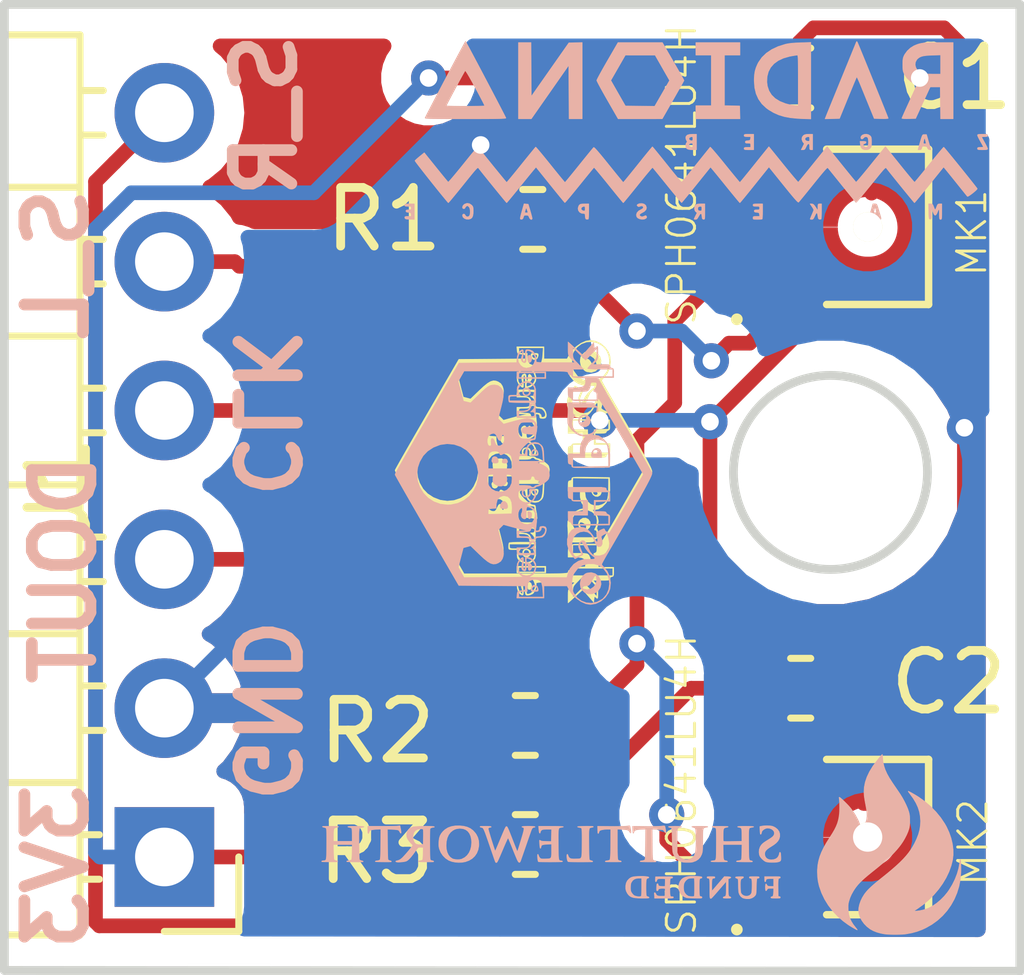
<source format=kicad_pcb>
(kicad_pcb (version 20171130) (host pcbnew 5.0.2+dfsg1-1)
  (layers (0 F.Cu signal hide) (31 B.Cu signal hide) (34 B.Paste user) (35 F.Paste user) (36 B.SilkS user) (37 F.SilkS user) (38 B.Mask user) (39 F.Mask user) (44 Edge.Cuts user))
  (net 0 "")
  (net 1 3V3)
  (net 2 GND)
  (net 3 DOUT)
  (net 4 DOUT_MIC)
  (net 5 CLK_IN)
  (net 6 SELECT_L)
  (net 7 SELECT_R)
  (module parts:OSH_5x5 (layer F.Cu) (at 162.433 86.487 270)
    (fp_text reference G*** hide)
    (fp_text value LOGO hide)
  )
  (module parts:radiona-10mm (layer B.Cu) (at 165.481 80.645 180)
    (fp_text reference G*** hide)
    (fp_text value LOGO hide)
  )
  (module parts:OSH_5x5 (layer B.Cu) (at 162.433 86.487 90)
    (fp_text reference G*** hide)
    (fp_text value LOGO hide)
  )
  (module parts:shutleworth-12mm (layer B.Cu) (at 164.592 92.837 180)
    (fp_text reference G*** hide)
    (fp_text value LOGO hide)
  )
  (module Capacitor_SMD:C_0603_1608Metric_Pad1.05x0.95mm_HandSolder (layer F.Cu) (at 167.259 79.756)
    (fp_text reference C1 (at 2.625 0 180) (layer F.SilkS))
    (fp_text value 100nF)
    (pad 1 smd roundrect (at -0.875 0) (size 1.05 0.95) (layers F.Cu F.Paste F.Mask) (net 1 3V3))
    (pad 2 smd roundrect (at 0.875 0) (size 1.05 0.95) (layers F.Cu F.Paste F.Mask) (net 2 GND))
  )
  (module Capacitor_SMD:C_0603_1608Metric_Pad1.05x0.95mm_HandSolder (layer F.Cu) (at 167.259 90.17)
    (fp_text reference C2 (at 2.525 -0.1 180) (layer F.SilkS))
    (fp_text value 220pF)
    (pad 2 smd roundrect (at 0.875 0) (size 1.05 0.95) (layers F.Cu F.Paste F.Mask) (net 2 GND))
    (pad 1 smd roundrect (at -0.875 0) (size 1.05 0.95) (layers F.Cu F.Paste F.Mask) (net 1 3V3))
  )
  (module Resistor_SMD:R_0603_1608Metric_Pad1.05x0.95mm_HandSolder (layer F.Cu) (at 162.687 82.169 180)
    (fp_text reference R1 (at 2.54 0) (layer F.SilkS))
    (fp_text value 1K)
    (pad 2 smd roundrect (at 0.875 0 180) (size 1.05 0.95) (layers F.Cu F.Paste F.Mask) (net 2 GND))
    (pad 1 smd roundrect (at -0.875 0 180) (size 1.05 0.95) (layers F.Cu F.Paste F.Mask) (net 6 SELECT_L))
  )
  (module Resistor_SMD:R_0603_1608Metric_Pad1.05x0.95mm_HandSolder (layer F.Cu) (at 162.56 90.805 180)
    (fp_text reference R2 (at 2.525 -0.1 180) (layer F.SilkS))
    (fp_text value 68R)
    (pad 1 smd roundrect (at -0.875 0 180) (size 1.05 0.95) (layers F.Cu F.Paste F.Mask) (net 4 DOUT_MIC))
    (pad 2 smd roundrect (at 0.875 0 180) (size 1.05 0.95) (layers F.Cu F.Paste F.Mask) (net 3 DOUT))
  )
  (module Connector_PinHeader_2.54mm:PinHeader_1x06_P2.54mm_Horizontal (layer F.Cu) (at 156.4 93.05 180)
    (fp_text reference J1 (at 1.8 6.3 270) (layer F.SilkS))
    (fp_text value I2S_PMOD)
    (pad 1 thru_hole rect (at 0 0 180) (size 1.7 1.7) (drill 1) (layers *.Cu *.Mask) (net 1 3V3))
    (pad 2 thru_hole oval (at 0 2.54 180) (size 1.7 1.7) (drill 1) (layers *.Cu *.Mask) (net 2 GND))
    (pad 3 thru_hole oval (at 0 5.08 180) (size 1.7 1.7) (drill 1) (layers *.Cu *.Mask) (net 3 DOUT))
    (pad 4 thru_hole oval (at 0 7.62 180) (size 1.7 1.7) (drill 1) (layers *.Cu *.Mask) (net 5 CLK_IN))
    (pad 5 thru_hole oval (at 0 10.16 180) (size 1.7 1.7) (drill 1) (layers *.Cu *.Mask) (net 6 SELECT_L))
    (pad 6 thru_hole oval (at 0 12.7 180) (size 1.7 1.7) (drill 1) (layers *.Cu *.Mask) (net 7 SELECT_R))
  )
  (module SPH0645LM4H-B:MIC_SPH0645LM4H-B (layer F.Cu) (at 168.402 82.296 90)
    (fp_text reference MK1 (at -0.104 1.778 90) (layer F.SilkS) (effects (font (size 0.482429 0.482429) (thickness 0.05))))
    (fp_text value SPH0641LU4H (at 0.889 -3.175 90) (layer F.SilkS) (effects (font (size 0.481966 0.481966) (thickness 0.05))))
    (fp_poly (pts (xy -0.01 -0.51) (xy -0.01 -0.81) (xy -0.035814 -0.810016) (xy -0.077393 -0.807837) (xy -0.118801 -0.803485) (xy -0.159925 -0.796972) (xy -0.200652 -0.788315) (xy -0.240869 -0.777539) (xy -0.280468 -0.764673) (xy -0.319339 -0.749752) (xy -0.357376 -0.732817) (xy -0.394475 -0.713915) (xy -0.430533 -0.693097) (xy -0.465452 -0.67042) (xy -0.499137 -0.645947) (xy -0.531495 -0.619745) (xy -0.562437 -0.591885) (xy -0.591878 -0.562444) (xy -0.619739 -0.531502) (xy -0.645942 -0.499145) (xy -0.670415 -0.46546) (xy -0.693092 -0.430541) (xy -0.713911 -0.394483) (xy -0.732813 -0.357385) (xy -0.749749 -0.319348) (xy -0.76467 -0.280477) (xy -0.777537 -0.240879) (xy -0.788313 -0.200661) (xy -0.79697 -0.159934) (xy -0.803484 -0.118811) (xy -0.807836 -0.077402) (xy -0.810015 -0.035823) (xy -0.81 -0.02) (xy -0.81 0.001729) (xy -0.807725 0.045138) (xy -0.803182 0.088369) (xy -0.796382 0.131302) (xy -0.787345 0.173821) (xy -0.776094 0.215809) (xy -0.762662 0.25715) (xy -0.747085 0.297731) (xy -0.729405 0.337442) (xy -0.70967 0.376173) (xy -0.687936 0.413818) (xy -0.664262 0.450274) (xy -0.638712 0.485441) (xy -0.611356 0.519223) (xy -0.58227 0.551526) (xy -0.551534 0.582264) (xy -0.51923 0.61135) (xy -0.485449 0.638706) (xy -0.450282 0.664256) (xy -0.413827 0.687931) (xy -0.376182 0.709666) (xy -0.337451 0.7294) (xy -0.297741 0.747081) (xy -0.257159 0.762659) (xy -0.215818 0.776092) (xy -0.173831 0.787342) (xy -0.131312 0.79638) (xy -0.088379 0.803181) (xy -0.045148 0.807725) (xy -0.001739 0.81) (xy 0.02 0.81) (xy 0.03 0.81) (xy 0.05042 0.81) (xy 0.091214 0.807862) (xy 0.131841 0.803593) (xy 0.172188 0.797202) (xy 0.212145 0.788709) (xy 0.251603 0.778137) (xy 0.290454 0.765514) (xy 0.328591 0.750875) (xy 0.36591 0.73426) (xy 0.402307 0.715714) (xy 0.437685 0.69529) (xy 0.471944 0.673041) (xy 0.504993 0.64903) (xy 0.536739 0.623323) (xy 0.567097 0.595989) (xy 0.595983 0.567104) (xy 0.623317 0.536747) (xy 0.649025 0.505) (xy 0.673036 0.471952) (xy 0.695285 0.437692) (xy 0.71571 0.402315) (xy 0.734256 0.365918) (xy 0.750871 0.3286) (xy 0.765511 0.290463) (xy 0.778134 0.251612) (xy 0.788707 0.212154) (xy 0.797201 0.172197) (xy 0.803591 0.13185) (xy 0.807862 0.091224) (xy 0.81 0.05043) (xy 0.81 0.03) (xy 0.81 0) (xy 0.81 -0.021206) (xy 0.80778 -0.063569) (xy 0.803346 -0.105758) (xy 0.79671 -0.147657) (xy 0.787891 -0.189151) (xy 0.776911 -0.230127) (xy 0.763803 -0.270472) (xy 0.748601 -0.310075) (xy 0.731347 -0.348829) (xy 0.712088 -0.386627) (xy 0.690878 -0.423365) (xy 0.667774 -0.458942) (xy 0.642839 -0.493262) (xy 0.616143 -0.526229) (xy 0.587758 -0.557755) (xy 0.557762 -0.587751) (xy 0.526237 -0.616137) (xy 0.49327 -0.642833) (xy 0.45895 -0.667768) (xy 0.423373 -0.690873) (xy 0.386635 -0.712083) (xy 0.348838 -0.731342) (xy 0.310084 -0.748597) (xy 0.270481 -0.7638) (xy 0.230136 -0.776909) (xy 0.18916 -0.787888) (xy 0.147666 -0.796708) (xy 0.105767 -0.803345) (xy 0.063578 -0.807779) (xy 0.021215 -0.81) (xy 0 -0.81) (xy 0 -0.51) (xy 0.009406 -0.510179) (xy 0.035839 -0.509256) (xy 0.062187 -0.506951) (xy 0.088379 -0.50327) (xy 0.114342 -0.498223) (xy 0.140005 -0.491825) (xy 0.165299 -0.484092) (xy 0.190153 -0.475046) (xy 0.214499 -0.464712) (xy 0.238272 -0.453117) (xy 0.261405 -0.440295) (xy 0.283835 -0.426279) (xy 0.305501 -0.411109) (xy 0.326343 -0.394825) (xy 0.346304 -0.377473) (xy 0.36533 -0.3591) (xy 0.383369 -0.339756) (xy 0.40037 -0.319495) (xy 0.416288 -0.298372) (xy 0.431078 -0.276445) (xy 0.4447 -0.253774) (xy 0.457118 -0.230421) (xy 0.468296 -0.20645) (xy 0.478204 -0.181927) (xy 0.486815 -0.156919) (xy 0.494105 -0.131494) (xy 0.500055 -0.105723) (xy 0.504648 -0.079676) (xy 0.507872 -0.053424) (xy 0.509717 -0.027039) (xy 0.51 -0.01) (xy 0.51 0.003614) (xy 0.508575 0.03081) (xy 0.505728 0.057894) (xy 0.501468 0.084792) (xy 0.495806 0.11143) (xy 0.488758 0.137736) (xy 0.480343 0.163636) (xy 0.470583 0.189061) (xy 0.459507 0.21394) (xy 0.447143 0.238205) (xy 0.433526 0.26179) (xy 0.418694 0.28463) (xy 0.402687 0.306662) (xy 0.385549 0.327826) (xy 0.367326 0.348065) (xy 0.348069 0.367322) (xy 0.327831 0.385545) (xy 0.306667 0.402683) (xy 0.284635 0.418691) (xy 0.261795 0.433523) (xy 0.23821 0.44714) (xy 0.213945 0.459504) (xy 0.189066 0.470581) (xy 0.163642 0.48034) (xy 0.137742 0.488756) (xy 0.111436 0.495805) (xy 0.084798 0.501467) (xy 0.0579 0.505728) (xy 0.030816 0.508574) (xy 0.00362 0.51) (xy -0.01 0.51) (xy -0.02 0.51) (xy -0.032828 0.51) (xy -0.058455 0.508657) (xy -0.083977 0.505975) (xy -0.109323 0.501961) (xy -0.134425 0.496625) (xy -0.159212 0.489983) (xy -0.183619 0.482054) (xy -0.207576 0.472857) (xy -0.23102 0.46242) (xy -0.253885 0.450769) (xy -0.27611 0.437938) (xy -0.297632 0.423962) (xy -0.318393 0.408878) (xy -0.338336 0.392728) (xy -0.357407 0.375557) (xy -0.375553 0.357411) (xy -0.392725 0.338341) (xy -0.408875 0.318398) (xy -0.423959 0.297637) (xy -0.437935 0.276115) (xy -0.450767 0.25389) (xy -0.462417 0.231025) (xy -0.472855 0.207582) (xy -0.482052 0.183624) (xy -0.489982 0.159218) (xy -0.496624 0.13443) (xy -0.501959 0.109329) (xy -0.505974 0.083983) (xy -0.508657 0.058461) (xy -0.51 0.032834) (xy -0.51 0.02) (xy -0.51 -0.01) (xy -0.51 -0.02309) (xy -0.50863 -0.04924) (xy -0.505893 -0.075283) (xy -0.501796 -0.101146) (xy -0.496352 -0.12676) (xy -0.489575 -0.152053) (xy -0.481483 -0.176958) (xy -0.472099 -0.201405) (xy -0.461449 -0.225327) (xy -0.449561 -0.248658) (xy -0.436468 -0.271336) (xy -0.422206 -0.293298) (xy -0.406814 -0.314483) (xy -0.390335 -0.334833) (xy -0.372814 -0.354293) (xy -0.354297 -0.372809) (xy -0.334838 -0.390331) (xy -0.314487 -0.406811) (xy -0.293303 -0.422203) (xy -0.271341 -0.436465) (xy -0.248664 -0.449558) (xy -0.225332 -0.461446) (xy -0.20141 -0.472097) (xy -0.176963 -0.481481) (xy -0.152059 -0.489573) (xy -0.126766 -0.496351) (xy -0.101152 -0.501795) (xy -0.075288 -0.505892) (xy -0.049246 -0.508629) (xy -0.023096 -0.51)) (layer F.Cu) (width 0.001))
    (pad 2 smd rect (at -0.9 -1.252 90) (size 0.6 0.522) (layers F.Cu F.Paste F.Mask) (net 6 SELECT_L))
    (pad 1 smd rect (at -0.9 -2.074 90) (size 0.6 0.522) (layers F.Cu F.Paste F.Mask) (net 4 DOUT_MIC))
    (pad 6 smd rect (at 0 -2.074 90) (size 0.6 0.522) (layers F.Cu F.Paste F.Mask))
    (pad 5 smd rect (at 0.9 -2.074 90) (size 0.6 0.522) (layers F.Cu F.Paste F.Mask) (net 1 3V3))
    (pad 4 smd rect (at 0.9 -1.252 90) (size 0.6 0.522) (layers F.Cu F.Paste F.Mask) (net 5 CLK_IN))
    (pad 3 smd rect (at 0.65 -0.02 90) (size 0.1 0.1) (layers F.Cu F.Paste F.Mask) (net 2 GND))
    (pad Hole np_thru_hole circle (at 0 0 90) (size 0.5 0.5) (drill 0.5) (layers *.Cu *.Mask F.SilkS))
  )
  (module SPH0645LM4H-B:MIC_SPH0645LM4H-B (layer F.Cu) (at 168.402 92.71 90)
    (fp_text reference MK2 (at -0.09 1.798 90) (layer F.SilkS) (effects (font (size 0.482429 0.482429) (thickness 0.05))))
    (fp_text value SPH0641LU4H (at 0.889 -3.175 90) (layer F.SilkS) (effects (font (size 0.481966 0.481966) (thickness 0.05))))
    (fp_poly (pts (xy -0.01 -0.51) (xy -0.01 -0.81) (xy -0.035814 -0.810016) (xy -0.077393 -0.807837) (xy -0.118801 -0.803485) (xy -0.159925 -0.796972) (xy -0.200652 -0.788315) (xy -0.240869 -0.777539) (xy -0.280468 -0.764673) (xy -0.319339 -0.749752) (xy -0.357376 -0.732817) (xy -0.394475 -0.713915) (xy -0.430533 -0.693097) (xy -0.465452 -0.67042) (xy -0.499137 -0.645947) (xy -0.531495 -0.619745) (xy -0.562437 -0.591885) (xy -0.591878 -0.562444) (xy -0.619739 -0.531502) (xy -0.645942 -0.499145) (xy -0.670415 -0.46546) (xy -0.693092 -0.430541) (xy -0.713911 -0.394483) (xy -0.732813 -0.357385) (xy -0.749749 -0.319348) (xy -0.76467 -0.280477) (xy -0.777537 -0.240879) (xy -0.788313 -0.200661) (xy -0.79697 -0.159934) (xy -0.803484 -0.118811) (xy -0.807836 -0.077402) (xy -0.810015 -0.035823) (xy -0.81 -0.02) (xy -0.81 0.001729) (xy -0.807725 0.045138) (xy -0.803182 0.088369) (xy -0.796382 0.131302) (xy -0.787345 0.173821) (xy -0.776094 0.215809) (xy -0.762662 0.25715) (xy -0.747085 0.297731) (xy -0.729405 0.337442) (xy -0.70967 0.376173) (xy -0.687936 0.413818) (xy -0.664262 0.450274) (xy -0.638712 0.485441) (xy -0.611356 0.519223) (xy -0.58227 0.551526) (xy -0.551534 0.582264) (xy -0.51923 0.61135) (xy -0.485449 0.638706) (xy -0.450282 0.664256) (xy -0.413827 0.687931) (xy -0.376182 0.709666) (xy -0.337451 0.7294) (xy -0.297741 0.747081) (xy -0.257159 0.762659) (xy -0.215818 0.776092) (xy -0.173831 0.787342) (xy -0.131312 0.79638) (xy -0.088379 0.803181) (xy -0.045148 0.807725) (xy -0.001739 0.81) (xy 0.02 0.81) (xy 0.03 0.81) (xy 0.05042 0.81) (xy 0.091214 0.807862) (xy 0.131841 0.803593) (xy 0.172188 0.797202) (xy 0.212145 0.788709) (xy 0.251603 0.778137) (xy 0.290454 0.765514) (xy 0.328591 0.750875) (xy 0.36591 0.73426) (xy 0.402307 0.715714) (xy 0.437685 0.69529) (xy 0.471944 0.673041) (xy 0.504993 0.64903) (xy 0.536739 0.623323) (xy 0.567097 0.595989) (xy 0.595983 0.567104) (xy 0.623317 0.536747) (xy 0.649025 0.505) (xy 0.673036 0.471952) (xy 0.695285 0.437692) (xy 0.71571 0.402315) (xy 0.734256 0.365918) (xy 0.750871 0.3286) (xy 0.765511 0.290463) (xy 0.778134 0.251612) (xy 0.788707 0.212154) (xy 0.797201 0.172197) (xy 0.803591 0.13185) (xy 0.807862 0.091224) (xy 0.81 0.05043) (xy 0.81 0.03) (xy 0.81 0) (xy 0.81 -0.021206) (xy 0.80778 -0.063569) (xy 0.803346 -0.105758) (xy 0.79671 -0.147657) (xy 0.787891 -0.189151) (xy 0.776911 -0.230127) (xy 0.763803 -0.270472) (xy 0.748601 -0.310075) (xy 0.731347 -0.348829) (xy 0.712088 -0.386627) (xy 0.690878 -0.423365) (xy 0.667774 -0.458942) (xy 0.642839 -0.493262) (xy 0.616143 -0.526229) (xy 0.587758 -0.557755) (xy 0.557762 -0.587751) (xy 0.526237 -0.616137) (xy 0.49327 -0.642833) (xy 0.45895 -0.667768) (xy 0.423373 -0.690873) (xy 0.386635 -0.712083) (xy 0.348838 -0.731342) (xy 0.310084 -0.748597) (xy 0.270481 -0.7638) (xy 0.230136 -0.776909) (xy 0.18916 -0.787888) (xy 0.147666 -0.796708) (xy 0.105767 -0.803345) (xy 0.063578 -0.807779) (xy 0.021215 -0.81) (xy 0 -0.81) (xy 0 -0.51) (xy 0.009406 -0.510179) (xy 0.035839 -0.509256) (xy 0.062187 -0.506951) (xy 0.088379 -0.50327) (xy 0.114342 -0.498223) (xy 0.140005 -0.491825) (xy 0.165299 -0.484092) (xy 0.190153 -0.475046) (xy 0.214499 -0.464712) (xy 0.238272 -0.453117) (xy 0.261405 -0.440295) (xy 0.283835 -0.426279) (xy 0.305501 -0.411109) (xy 0.326343 -0.394825) (xy 0.346304 -0.377473) (xy 0.36533 -0.3591) (xy 0.383369 -0.339756) (xy 0.40037 -0.319495) (xy 0.416288 -0.298372) (xy 0.431078 -0.276445) (xy 0.4447 -0.253774) (xy 0.457118 -0.230421) (xy 0.468296 -0.20645) (xy 0.478204 -0.181927) (xy 0.486815 -0.156919) (xy 0.494105 -0.131494) (xy 0.500055 -0.105723) (xy 0.504648 -0.079676) (xy 0.507872 -0.053424) (xy 0.509717 -0.027039) (xy 0.51 -0.01) (xy 0.51 0.003614) (xy 0.508575 0.03081) (xy 0.505728 0.057894) (xy 0.501468 0.084792) (xy 0.495806 0.11143) (xy 0.488758 0.137736) (xy 0.480343 0.163636) (xy 0.470583 0.189061) (xy 0.459507 0.21394) (xy 0.447143 0.238205) (xy 0.433526 0.26179) (xy 0.418694 0.28463) (xy 0.402687 0.306662) (xy 0.385549 0.327826) (xy 0.367326 0.348065) (xy 0.348069 0.367322) (xy 0.327831 0.385545) (xy 0.306667 0.402683) (xy 0.284635 0.418691) (xy 0.261795 0.433523) (xy 0.23821 0.44714) (xy 0.213945 0.459504) (xy 0.189066 0.470581) (xy 0.163642 0.48034) (xy 0.137742 0.488756) (xy 0.111436 0.495805) (xy 0.084798 0.501467) (xy 0.0579 0.505728) (xy 0.030816 0.508574) (xy 0.00362 0.51) (xy -0.01 0.51) (xy -0.02 0.51) (xy -0.032828 0.51) (xy -0.058455 0.508657) (xy -0.083977 0.505975) (xy -0.109323 0.501961) (xy -0.134425 0.496625) (xy -0.159212 0.489983) (xy -0.183619 0.482054) (xy -0.207576 0.472857) (xy -0.23102 0.46242) (xy -0.253885 0.450769) (xy -0.27611 0.437938) (xy -0.297632 0.423962) (xy -0.318393 0.408878) (xy -0.338336 0.392728) (xy -0.357407 0.375557) (xy -0.375553 0.357411) (xy -0.392725 0.338341) (xy -0.408875 0.318398) (xy -0.423959 0.297637) (xy -0.437935 0.276115) (xy -0.450767 0.25389) (xy -0.462417 0.231025) (xy -0.472855 0.207582) (xy -0.482052 0.183624) (xy -0.489982 0.159218) (xy -0.496624 0.13443) (xy -0.501959 0.109329) (xy -0.505974 0.083983) (xy -0.508657 0.058461) (xy -0.51 0.032834) (xy -0.51 0.02) (xy -0.51 -0.01) (xy -0.51 -0.02309) (xy -0.50863 -0.04924) (xy -0.505893 -0.075283) (xy -0.501796 -0.101146) (xy -0.496352 -0.12676) (xy -0.489575 -0.152053) (xy -0.481483 -0.176958) (xy -0.472099 -0.201405) (xy -0.461449 -0.225327) (xy -0.449561 -0.248658) (xy -0.436468 -0.271336) (xy -0.422206 -0.293298) (xy -0.406814 -0.314483) (xy -0.390335 -0.334833) (xy -0.372814 -0.354293) (xy -0.354297 -0.372809) (xy -0.334838 -0.390331) (xy -0.314487 -0.406811) (xy -0.293303 -0.422203) (xy -0.271341 -0.436465) (xy -0.248664 -0.449558) (xy -0.225332 -0.461446) (xy -0.20141 -0.472097) (xy -0.176963 -0.481481) (xy -0.152059 -0.489573) (xy -0.126766 -0.496351) (xy -0.101152 -0.501795) (xy -0.075288 -0.505892) (xy -0.049246 -0.508629) (xy -0.023096 -0.51)) (layer F.Cu) (width 0.001))
    (pad Hole np_thru_hole circle (at 0 0 90) (size 0.5 0.5) (drill 0.5) (layers *.Cu *.Mask F.SilkS))
    (pad 3 smd rect (at 0.65 -0.02 90) (size 0.1 0.1) (layers F.Cu F.Paste F.Mask) (net 2 GND))
    (pad 4 smd rect (at 0.9 -1.252 90) (size 0.6 0.522) (layers F.Cu F.Paste F.Mask) (net 5 CLK_IN))
    (pad 5 smd rect (at 0.9 -2.074 90) (size 0.6 0.522) (layers F.Cu F.Paste F.Mask) (net 1 3V3))
    (pad 6 smd rect (at 0 -2.074 90) (size 0.6 0.522) (layers F.Cu F.Paste F.Mask))
    (pad 1 smd rect (at -0.9 -2.074 90) (size 0.6 0.522) (layers F.Cu F.Paste F.Mask) (net 4 DOUT_MIC))
    (pad 2 smd rect (at -0.9 -1.252 90) (size 0.6 0.522) (layers F.Cu F.Paste F.Mask) (net 7 SELECT_R))
  )
  (module Resistor_SMD:R_0603_1608Metric_Pad1.05x0.95mm_HandSolder (layer F.Cu) (at 162.56 92.837 180)
    (fp_text reference R3 (at 2.54 -0.127) (layer F.SilkS))
    (fp_text value 1K)
    (pad 1 smd roundrect (at -0.875 0 180) (size 1.05 0.95) (layers F.Cu F.Paste F.Mask) (net 7 SELECT_R))
    (pad 2 smd roundrect (at 0.875 0 180) (size 1.05 0.95) (layers F.Cu F.Paste F.Mask) (net 1 3V3))
  )
  (gr_circle (center 167.767 86.487) (end 169.164 87.376) (layer Edge.Cuts) (width 0.15))
  (gr_text S_R (at 158.115 80.391 90) (layer B.SilkS) (effects (font (size 1 1) (thickness 0.2)) (justify mirror)))
  (gr_text S_L (at 154.559 82.931 90) (layer B.SilkS) (effects (font (size 1 1) (thickness 0.2)) (justify mirror)))
  (gr_text CLK (at 158.115 85.471 270) (layer B.SilkS) (effects (font (size 1 1) (thickness 0.2)) (justify mirror)))
  (gr_text DOUT (at 154.686 88.138 90) (layer B.SilkS) (effects (font (size 1 1) (thickness 0.2)) (justify mirror)))
  (gr_text GND (at 158.115 90.551 270) (layer B.SilkS) (effects (font (size 1 1) (thickness 0.2)) (justify mirror)))
  (gr_text 3V3 (at 154.559 93.218 90) (layer B.SilkS) (effects (font (size 1 1) (thickness 0.2)) (justify mirror)))
  (gr_line (start 153.67 94.986) (end 153.67 78.5) (layer Edge.Cuts) (width 0.15))
  (gr_line (start 171 95) (end 153.67 94.986) (layer Edge.Cuts) (width 0.15))
  (gr_line (start 171 78.5) (end 171 95) (layer Edge.Cuts) (width 0.15))
  (gr_line (start 153.67 78.5) (end 171 78.5) (layer Edge.Cuts) (width 0.15))
  (segment (start 166.384 81.34) (end 166.328 81.396) (width 0.25) (layer F.Cu) (net 1))
  (segment (start 166.384 79.756) (end 166.384 81.34) (width 0.25) (layer F.Cu) (net 1))
  (segment (start 161.472 93.05) (end 161.685 92.837) (width 0.25) (layer F.Cu) (net 1))
  (segment (start 156.4 93.05) (end 161.472 93.05) (width 0.25) (layer F.Cu) (net 1))
  (segment (start 162.184072 92.337928) (end 161.685 92.837) (width 0.25) (layer F.Cu) (net 1))
  (segment (start 162.48501 92.03699) (end 162.184072 92.337928) (width 0.25) (layer F.Cu) (net 1))
  (segment (start 163.52352 92.03699) (end 162.48501 92.03699) (width 0.25) (layer F.Cu) (net 1))
  (segment (start 165.39051 90.17) (end 163.52352 92.03699) (width 0.25) (layer F.Cu) (net 1))
  (segment (start 166.384 90.17) (end 165.39051 90.17) (width 0.25) (layer F.Cu) (net 1))
  (segment (start 166.328 90.226) (end 166.384 90.17) (width 0.25) (layer F.Cu) (net 1))
  (segment (start 166.328 91.81) (end 166.328 90.226) (width 0.25) (layer F.Cu) (net 1))
  (via (at 160.909 79.756) (size 0.6) (drill 0.3) (layers F.Cu B.Cu) (net 1))
  (segment (start 156.4 93.05) (end 155.3 93.05) (width 0.25) (layer B.Cu) (net 1))
  (segment (start 155.224999 92.974999) (end 155.224999 82.325999) (width 0.25) (layer B.Cu) (net 1))
  (segment (start 155.224999 82.325999) (end 155.835999 81.714999) (width 0.25) (layer B.Cu) (net 1))
  (segment (start 155.3 93.05) (end 155.224999 92.974999) (width 0.25) (layer B.Cu) (net 1))
  (segment (start 155.835999 81.714999) (end 158.950001 81.714999) (width 0.25) (layer B.Cu) (net 1))
  (segment (start 158.950001 81.714999) (end 160.909 79.756) (width 0.25) (layer B.Cu) (net 1))
  (segment (start 160.909 79.756) (end 166.384 79.756) (width 0.25) (layer F.Cu) (net 1))
  (segment (start 168.134 79.756) (end 168.134 81.266) (width 0.25) (layer F.Cu) (net 2))
  (segment (start 168.134 81.266) (end 168.529 81.661) (width 0.25) (layer F.Cu) (net 2))
  (segment (start 168.469001 81.720999) (end 168.529 81.661) (width 0.25) (layer F.Cu) (net 2))
  (segment (start 168.134 91.590998) (end 168.402 91.858998) (width 0.25) (layer F.Cu) (net 2))
  (segment (start 168.134 90.17) (end 168.134 91.590998) (width 0.25) (layer F.Cu) (net 2))
  (segment (start 168.402 92.075) (end 168.461999 92.134999) (width 0.25) (layer F.Cu) (net 2))
  (segment (start 168.402 91.858998) (end 168.402 92.075) (width 0.25) (layer F.Cu) (net 2))
  (segment (start 168.678001 92.134999) (end 168.977001 92.433999) (width 0.25) (layer F.Cu) (net 2))
  (segment (start 168.461999 92.134999) (end 168.678001 92.134999) (width 0.25) (layer F.Cu) (net 2))
  (segment (start 168.977001 92.433999) (end 168.977001 92.71) (width 0.25) (layer F.Cu) (net 2))
  (segment (start 168.402 92.134999) (end 168.334999 92.134999) (width 0.25) (layer F.Cu) (net 2))
  (segment (start 168.678001 92.134999) (end 168.334999 92.134999) (width 0.25) (layer F.Cu) (net 2))
  (via (at 169.291 79.756) (size 0.6) (drill 0.3) (layers F.Cu B.Cu) (net 2))
  (segment (start 168.134 79.756) (end 169.291 79.756) (width 0.25) (layer F.Cu) (net 2))
  (via (at 161.798 80.899) (size 0.6) (drill 0.3) (layers F.Cu B.Cu) (net 2))
  (segment (start 169.291 79.756) (end 162.941 79.756) (width 0.25) (layer B.Cu) (net 2))
  (segment (start 162.941 79.756) (end 161.798 80.899) (width 0.25) (layer B.Cu) (net 2))
  (segment (start 161.798 82.155) (end 161.812 82.169) (width 0.25) (layer F.Cu) (net 2))
  (segment (start 161.798 80.899) (end 161.798 82.155) (width 0.25) (layer F.Cu) (net 2))
  (via (at 170.053 85.725) (size 0.6) (drill 0.3) (layers F.Cu B.Cu) (net 2))
  (segment (start 168.134 90.17) (end 170.053 88.251) (width 0.25) (layer F.Cu) (net 2))
  (segment (start 170.053 88.251) (end 170.053 85.725) (width 0.25) (layer F.Cu) (net 2))
  (segment (start 169.590999 80.055999) (end 169.291 79.756) (width 0.25) (layer B.Cu) (net 2))
  (segment (start 170.352999 80.817999) (end 169.590999 80.055999) (width 0.25) (layer B.Cu) (net 2))
  (segment (start 170.352999 85.425001) (end 170.352999 80.817999) (width 0.25) (layer B.Cu) (net 2))
  (segment (start 170.053 85.725) (end 170.352999 85.425001) (width 0.25) (layer B.Cu) (net 2))
  (segment (start 161.798 85.112) (end 161.798 80.899) (width 0.25) (layer B.Cu) (net 2))
  (segment (start 156.4 90.51) (end 161.798 85.112) (width 0.25) (layer B.Cu) (net 2))
  (segment (start 158.85 87.97) (end 156.4 87.97) (width 0.25) (layer F.Cu) (net 3))
  (segment (start 161.685 90.805) (end 158.85 87.97) (width 0.25) (layer F.Cu) (net 3))
  (via (at 164.973 92.329) (size 0.6) (drill 0.3) (layers F.Cu B.Cu) (net 4))
  (segment (start 164.973 92.766) (end 164.973 92.329) (width 0.25) (layer F.Cu) (net 4))
  (segment (start 166.328 93.61) (end 165.817 93.61) (width 0.25) (layer F.Cu) (net 4))
  (segment (start 165.817 93.61) (end 164.973 92.766) (width 0.25) (layer F.Cu) (net 4))
  (via (at 164.465 89.408) (size 0.6) (drill 0.3) (layers F.Cu B.Cu) (net 4))
  (segment (start 164.973 92.329) (end 164.973 89.916) (width 0.25) (layer B.Cu) (net 4))
  (segment (start 164.973 89.916) (end 164.465 89.408) (width 0.25) (layer B.Cu) (net 4))
  (segment (start 164.465 89.775) (end 163.435 90.805) (width 0.25) (layer F.Cu) (net 4))
  (segment (start 164.465 89.408) (end 164.465 89.775) (width 0.25) (layer F.Cu) (net 4))
  (segment (start 165.109999 85.297632) (end 165.109999 83.903001) (width 0.25) (layer F.Cu) (net 4))
  (segment (start 165.817 83.196) (end 166.328 83.196) (width 0.25) (layer F.Cu) (net 4))
  (segment (start 164.465 85.942631) (end 165.109999 85.297632) (width 0.25) (layer F.Cu) (net 4))
  (segment (start 164.465 89.408) (end 164.465 85.942631) (width 0.25) (layer F.Cu) (net 4))
  (segment (start 165.109999 83.903001) (end 165.817 83.196) (width 0.25) (layer F.Cu) (net 4))
  (segment (start 167.15 81.435) (end 167.15 81.396) (width 0.25) (layer F.Cu) (net 5))
  (segment (start 165.711301 88.126811) (end 165.711301 85.621332) (width 0.25) (layer F.Cu) (net 5))
  (segment (start 167.15 91.26) (end 167.28399 91.12601) (width 0.25) (layer F.Cu) (net 5))
  (segment (start 167.28399 89.6995) (end 165.711301 88.126811) (width 0.25) (layer F.Cu) (net 5))
  (segment (start 169.70501 78.90001) (end 167.47999 78.90001) (width 0.25) (layer F.Cu) (net 5))
  (segment (start 170.053 84.074) (end 170.053 79.248) (width 0.25) (layer F.Cu) (net 5))
  (segment (start 167.15 91.81) (end 167.15 91.26) (width 0.25) (layer F.Cu) (net 5))
  (segment (start 167.15 80.846) (end 167.15 81.396) (width 0.25) (layer F.Cu) (net 5))
  (segment (start 167.28399 91.12601) (end 167.28399 89.6995) (width 0.25) (layer F.Cu) (net 5))
  (segment (start 170.053 79.248) (end 169.70501 78.90001) (width 0.25) (layer F.Cu) (net 5))
  (segment (start 167.23401 80.76199) (end 167.15 80.846) (width 0.25) (layer F.Cu) (net 5))
  (segment (start 167.258633 84.074) (end 170.053 84.074) (width 0.25) (layer F.Cu) (net 5))
  (segment (start 167.23401 79.14599) (end 167.23401 80.76199) (width 0.25) (layer F.Cu) (net 5))
  (segment (start 167.47999 78.90001) (end 167.23401 79.14599) (width 0.25) (layer F.Cu) (net 5))
  (segment (start 165.711301 85.621332) (end 167.258633 84.074) (width 0.25) (layer F.Cu) (net 5))
  (via (at 163.83 85.598) (size 0.6) (drill 0.3) (layers F.Cu B.Cu) (net 5))
  (segment (start 156.4 85.43) (end 163.662 85.43) (width 0.25) (layer F.Cu) (net 5))
  (segment (start 163.662 85.43) (end 163.83 85.598) (width 0.25) (layer F.Cu) (net 5))
  (segment (start 165.687969 85.598) (end 165.711301 85.621332) (width 0.25) (layer B.Cu) (net 5))
  (segment (start 163.83 85.598) (end 165.687969 85.598) (width 0.25) (layer B.Cu) (net 5))
  (via (at 165.711301 85.621332) (size 0.6) (drill 0.3) (layers F.Cu B.Cu) (net 5))
  (via (at 164.465 84.074) (size 0.6) (drill 0.3) (layers F.Cu B.Cu) (net 6))
  (segment (start 163.562 82.169) (end 163.562 83.171) (width 0.25) (layer F.Cu) (net 6))
  (segment (start 163.562 83.171) (end 164.465 84.074) (width 0.25) (layer F.Cu) (net 6))
  (segment (start 165.227 84.074) (end 165.735 84.582) (width 0.25) (layer B.Cu) (net 6))
  (segment (start 164.465 84.074) (end 165.227 84.074) (width 0.25) (layer B.Cu) (net 6))
  (via (at 165.735 84.582) (size 0.6) (drill 0.3) (layers F.Cu B.Cu) (net 6))
  (segment (start 167.15 83.520002) (end 167.15 83.196) (width 0.25) (layer F.Cu) (net 6))
  (segment (start 166.388001 84.282001) (end 167.15 83.520002) (width 0.25) (layer F.Cu) (net 6))
  (segment (start 166.034999 84.282001) (end 166.388001 84.282001) (width 0.25) (layer F.Cu) (net 6))
  (segment (start 165.735 84.582) (end 166.034999 84.282001) (width 0.25) (layer F.Cu) (net 6))
  (segment (start 163.062928 82.668072) (end 163.562 82.169) (width 0.25) (layer F.Cu) (net 6))
  (segment (start 162.76199 82.96901) (end 163.062928 82.668072) (width 0.25) (layer F.Cu) (net 6))
  (segment (start 157.681091 82.96901) (end 162.76199 82.96901) (width 0.25) (layer F.Cu) (net 6))
  (segment (start 157.602081 82.89) (end 157.681091 82.96901) (width 0.25) (layer F.Cu) (net 6))
  (segment (start 156.4 82.89) (end 157.602081 82.89) (width 0.25) (layer F.Cu) (net 6))
  (segment (start 167.15 94.16) (end 167.15 93.61) (width 0.25) (layer F.Cu) (net 7))
  (segment (start 167.074999 94.235001) (end 167.15 94.16) (width 0.25) (layer F.Cu) (net 7))
  (segment (start 164.833001 94.235001) (end 167.074999 94.235001) (width 0.25) (layer F.Cu) (net 7))
  (segment (start 163.435 92.837) (end 164.833001 94.235001) (width 0.25) (layer F.Cu) (net 7))
  (segment (start 155.550001 81.199999) (end 156.4 80.35) (width 0.25) (layer F.Cu) (net 7))
  (segment (start 155.224999 81.525001) (end 155.550001 81.199999) (width 0.25) (layer F.Cu) (net 7))
  (segment (start 155.224999 94.160001) (end 155.224999 81.525001) (width 0.25) (layer F.Cu) (net 7))
  (segment (start 155.289999 94.225001) (end 155.224999 94.160001) (width 0.25) (layer F.Cu) (net 7))
  (segment (start 162.046999 94.225001) (end 155.289999 94.225001) (width 0.25) (layer F.Cu) (net 7))
  (segment (start 163.435 92.837) (end 162.046999 94.225001) (width 0.25) (layer F.Cu) (net 7))
  (zone (net 2) (net_name GND) (layer F.Cu) (connect_pads (clearance 0.508)) (min_thickness 0.254) (fill yes (arc_segments 32) (thermal_gap 0.508) (thermal_bridge_width 0.508))
    (polygon (pts (xy 153.67 78.486) (xy 170.942 78.486) (xy 170.942 94.996) (xy 153.67 94.996)))
  )
  (zone (net 2) (net_name GND) (layer B.Cu) (connect_pads (clearance 0.508)) (min_thickness 0.254) (fill yes (arc_segments 32) (thermal_gap 0.508) (thermal_bridge_width 0.508))
    (polygon (pts (xy 153.67 78.486) (xy 170.942 78.486) (xy 170.942 94.996) (xy 153.67 94.996)))
  )
)
</source>
